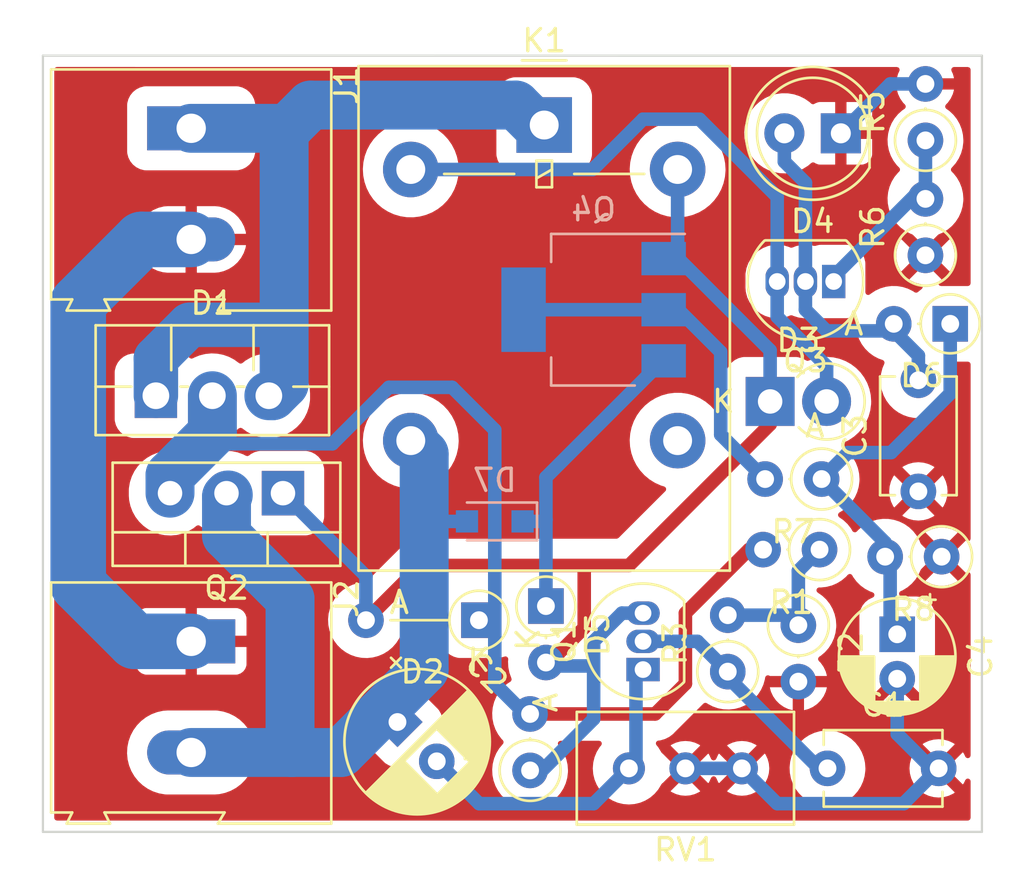
<source format=kicad_pcb>
(kicad_pcb (version 20211014) (generator pcbnew)
  (layers (0 "F.Cu" signal) (31 "B.Cu" signal) (34 "B.Paste" user) (35 "F.Paste" user) (36 "B.SilkS" user "B.Silkscreen") (37 "F.SilkS" user "F.Silkscreen") (38 "B.Mask" user) (39 "F.Mask" user) (44 "Edge.Cuts" user))
  (net 0 "")
  (net 1 "/RL_Output")
  (net 2 "Net-(C1-Pad1)")
  (net 3 "Net-(C2-Pad2)")
  (net 4 "Net-(C4-Pad1)")
  (net 5 "/RL_Input")
  (net 6 "Net-(C3-Pad2)")
  (net 7 "/RLCoilHigh")
  (net 8 "Net-(D5-Pad1)")
  (net 9 "/RLCoilLow")
  (net 10 "Net-(Q3-Pad1)")
  (net 11 "Net-(Q4-Pad2)")
  (net 12 "Net-(R1-Pad1)")
  (net 13 "/Gnd")
  (net 15 "/PolProtect")
  (footprint "Capacitor_THT:CP_Radial_D5.0mm_P2.00mm" (layer "F.Cu") (at 252.73 151.4475 -90)
    (fp_text reference "C4" (at 1 -3.75 90) (layer "F.SilkS"))
    (fp_text value "10uF 63V")
    (pad "1" thru_hole rect (at 0 0 270) (size 1.6 1.6) (drill 0.8) (layers *.Cu *.Mask) (net 4 "Net-(C4-Pad1)"))
    (pad "2" thru_hole circle (at 2 0 270) (size 1.6 1.6) (drill 0.8) (layers *.Cu *.Mask) (net 13 "/Gnd"))
  )
  (footprint "Diode_THT:D_DO-35_SOD27_P2.54mm_Vertical_AnodeUp" (layer "F.Cu") (at 236.932842 150.1775 -90)
    (fp_text reference "D5" (at 1.27 -2.326371 -90) (layer "F.SilkS"))
    (fp_text value "BZY88-C9V1")
    (fp_text user "A" (at 4.34 0 -90) (layer "F.SilkS"))
    (fp_text user "K" (at 1.5 0.8 90) (layer "F.SilkS"))
    (pad "1" thru_hole rect (at 0 0 270) (size 1.6 1.6) (drill 0.8) (layers *.Cu *.Mask) (net 8 "Net-(D5-Pad1)"))
    (pad "2" thru_hole oval (at 2.54 0 270) (size 1.6 1.6) (drill 0.8) (layers *.Cu *.Mask) (net 7 "/RLCoilHigh"))
  )
  (footprint "Package_TO_SOT_THT:TO-92_Inline" (layer "F.Cu") (at 249.8725 135.5725 180)
    (fp_text reference "Q3" (at 1.27 -3.56) (layer "F.SilkS"))
    (fp_text value "MPSA42")
    (pad "1" thru_hole rect (at 0 0 180) (size 1.05 1.5) (drill 0.75) (layers *.Cu *.Mask) (net 10 "Net-(Q3-Pad1)"))
    (pad "2" thru_hole oval (at 1.27 0 180) (size 1.05 1.5) (drill 0.75) (layers *.Cu *.Mask) (net 6 "Net-(C3-Pad2)"))
    (pad "3" thru_hole oval (at 2.54 0 180) (size 1.05 1.5) (drill 0.75) (layers *.Cu *.Mask) (net 9 "/RLCoilLow"))
  )
  (footprint "Resistor_THT:R_Axial_DIN0207_L6.3mm_D2.5mm_P2.54mm_Vertical" (layer "F.Cu") (at 254.7275 147.955 180)
    (fp_text reference "R8" (at 1.27 -2.37) (layer "F.SilkS"))
    (fp_text value "200k")
    (pad "1" thru_hole circle (at 0 0 180) (size 1.6 1.6) (drill 0.8) (layers *.Cu *.Mask) (net 13 "/Gnd"))
    (pad "2" thru_hole oval (at 2.54 0 180) (size 1.6 1.6) (drill 0.8) (layers *.Cu *.Mask) (net 4 "Net-(C4-Pad1)"))
  )
  (footprint "Potentiometer_THT:Potentiometer_Bourns_3296W_Vertical" (layer "F.Cu") (at 240.665 157.48 180)
    (fp_text reference "RV1" (at -2.54 -3.66) (layer "F.SilkS"))
    (fp_text value "10k")
    (pad "1" thru_hole circle (at 0 0 180) (size 1.44 1.44) (drill 0.8) (layers *.Cu *.Mask) (net 3 "Net-(C2-Pad2)"))
    (pad "2" thru_hole circle (at -2.54 0 180) (size 1.44 1.44) (drill 0.8) (layers *.Cu *.Mask) (net 13 "/Gnd"))
    (pad "3" thru_hole circle (at -5.08 0 180) (size 1.44 1.44) (drill 0.8) (layers *.Cu *.Mask) (net 13 "/Gnd"))
  )
  (footprint "Package_TO_SOT_THT:TO-220F-3_Vertical" (layer "F.Cu") (at 219.3925 140.7125)
    (fp_text reference "D1" (at 2.54 -4.1675) (layer "F.SilkS"))
    (fp_text value "STPS10SM80CFP")
    (pad "1" thru_hole rect (at 0 0) (size 1.905 2) (drill 1.2) (layers *.Cu *.Mask) (net 5 "/RL_Input"))
    (pad "2" thru_hole oval (at 2.54 0) (size 1.905 2) (drill 1.2) (layers *.Cu *.Mask) (net 15 "/PolProtect"))
    (pad "3" thru_hole oval (at 5.08 0) (size 1.905 2) (drill 1.2) (layers *.Cu *.Mask) (net 5 "/RL_Input"))
  )
  (footprint "Diode_THT:D_DO-35_SOD27_P5.08mm_Vertical_AnodeUp" (layer "F.Cu") (at 233.919657 150.8125 180)
    (fp_text reference "D2" (at 2.54 -2.326371 180) (layer "F.SilkS"))
    (fp_text value "BZY88-C9V1")
    (fp_text user "K" (at 0 -1.8) (layer "F.SilkS"))
    (fp_text user "A" (at 3.58 0.8 180) (layer "F.SilkS"))
    (pad "1" thru_hole rect (at 0 0 180) (size 1.6 1.6) (drill 0.8) (layers *.Cu *.Mask) (net 15 "/PolProtect"))
    (pad "2" thru_hole oval (at 5.08 0 180) (size 1.6 1.6) (drill 0.8) (layers *.Cu *.Mask) (net 7 "/RLCoilHigh"))
  )
  (footprint "Package_TO_SOT_THT:TO-92_Inline" (layer "F.Cu") (at 241.3 153.035 90)
    (fp_text reference "Q1" (at 1.27 -3.56 90) (layer "F.SilkS"))
    (fp_text value "MPSA42")
    (pad "1" thru_hole rect (at 0 0 90) (size 1.05 1.5) (drill 0.75) (layers *.Cu *.Mask) (net 3 "Net-(C2-Pad2)"))
    (pad "2" thru_hole oval (at 1.27 0 90) (size 1.05 1.5) (drill 0.75) (layers *.Cu *.Mask) (net 2 "Net-(C1-Pad1)"))
    (pad "3" thru_hole oval (at 2.54 0 90) (size 1.05 1.5) (drill 0.75) (layers *.Cu *.Mask) (net 7 "/RLCoilHigh"))
  )
  (footprint "Relay_THT:Relay_SPDT_Omron-G5LE-1" (layer "F.Cu") (at 236.855 128.5325)
    (fp_text reference "K1" (at 0 -3.8) (layer "F.SilkS"))
    (fp_text value "G5LE-1")
    (pad "1" thru_hole rect (at 0 0) (size 2.5 2.5) (drill 1.3) (layers *.Cu *.Mask) (net 5 "/RL_Input"))
    (pad "2" thru_hole oval (at -6 2) (size 2.5 2.5) (drill 1.3) (layers *.Cu *.Mask) (net 9 "/RLCoilLow"))
    (pad "3" thru_hole oval (at -6 14.2) (size 2.5 2.5) (drill 1.3) (layers *.Cu *.Mask) (net 1 "/RL_Output"))
    (pad "4" thru_hole oval (at 6 14.2) (size 2.5 2.5) (drill 1.3) (layers *.Cu *.Mask))
    (pad "5" thru_hole oval (at 6 2) (size 2.5 2.5) (drill 1.3) (layers *.Cu *.Mask) (net 7 "/RLCoilHigh"))
  )
  (footprint "Resistor_THT:R_Axial_DIN0207_L6.3mm_D2.5mm_P2.54mm_Vertical" (layer "F.Cu") (at 249.2375 147.6375 180)
    (fp_text reference "R1" (at 1.27 -2.37 180) (layer "F.SilkS"))
    (fp_text value "100k")
    (pad "1" thru_hole circle (at 0 0 180) (size 1.6 1.6) (drill 0.8) (layers *.Cu *.Mask) (net 12 "Net-(R1-Pad1)"))
    (pad "2" thru_hole oval (at 2.54 0 180) (size 1.6 1.6) (drill 0.8) (layers *.Cu *.Mask) (net 15 "/PolProtect"))
  )
  (footprint "Capacitor_THT:CP_Radial_D6.3mm_P2.50mm" (layer "F.Cu") (at 230.256117 155.394733 -45)
    (fp_text reference "C2" (at 1.25 -4.4 135) (layer "F.SilkS"))
    (fp_text value "10uF 100V")
    (pad "1" thru_hole rect (at 0 0 315) (size 1.6 1.6) (drill 0.8) (layers *.Cu *.Mask) (net 1 "/RL_Output"))
    (pad "2" thru_hole circle (at 2.5 0 315) (size 1.6 1.6) (drill 0.8) (layers *.Cu *.Mask) (net 3 "Net-(C2-Pad2)"))
  )
  (footprint "Resistor_THT:R_Axial_DIN0207_L6.3mm_D2.5mm_P2.54mm_Vertical" (layer "F.Cu") (at 245.11 153.1275 90)
    (fp_text reference "R3" (at 1.27 -2.37 90) (layer "F.SilkS"))
    (fp_text value "100k")
    (pad "1" thru_hole circle (at 0 0 90) (size 1.6 1.6) (drill 0.8) (layers *.Cu *.Mask) (net 2 "Net-(C1-Pad1)"))
    (pad "2" thru_hole oval (at 2.54 0 90) (size 1.6 1.6) (drill 0.8) (layers *.Cu *.Mask) (net 12 "Net-(R1-Pad1)"))
  )
  (footprint "TerminalBlock:TerminalBlock_Altech_AK300-2_P5.00mm" (layer "F.Cu") (at 220.98 151.765 -90)
    (fp_text reference "J2" (at -1.92 -6.99 90) (layer "F.SilkS"))
    (fp_text value "Screw_Terminal_01x02")
    (pad "1" thru_hole rect (at 0 0 270) (size 1.98 3.96) (drill 1.32) (layers *.Cu *.Mask) (net 13 "/Gnd"))
    (pad "2" thru_hole oval (at 5 0 270) (size 1.98 3.96) (drill 1.32) (layers *.Cu *.Mask) (net 1 "/RL_Output"))
  )
  (footprint "Diode_THT:D_DO-35_SOD27_P2.54mm_Vertical_AnodeUp" (layer "F.Cu") (at 255.114315 137.4775 180)
    (fp_text reference "D6" (at 1.27 -2.326371) (layer "F.SilkS"))
    (fp_text value "BZX79-C15")
    (fp_text user "A" (at 4.34 0) (layer "F.SilkS"))
    (pad "1" thru_hole rect (at 0 0 180) (size 1.6 1.6) (drill 0.8) (layers *.Cu *.Mask) (net 4 "Net-(C4-Pad1)"))
    (pad "2" thru_hole oval (at 2.54 0 180) (size 1.6 1.6) (drill 0.8) (layers *.Cu *.Mask) (net 6 "Net-(C3-Pad2)"))
  )
  (footprint "Capacitor_THT:C_Disc_D5.1mm_W3.2mm_P5.00mm" (layer "F.Cu") (at 249.595 157.48)
    (fp_text reference "C1" (at 2.5 -2.85) (layer "F.SilkS"))
    (fp_text value "220nF 50V")
    (pad "1" thru_hole circle (at 0 0) (size 1.6 1.6) (drill 0.8) (layers *.Cu *.Mask) (net 2 "Net-(C1-Pad1)"))
    (pad "2" thru_hole circle (at 5 0) (size 1.6 1.6) (drill 0.8) (layers *.Cu *.Mask) (net 13 "/Gnd"))
  )
  (footprint "TerminalBlock:TerminalBlock_Altech_AK300-2_P5.00mm" (layer "F.Cu") (at 220.98 128.68 -90)
    (fp_text reference "J1" (at -1.92 -6.99 90) (layer "F.SilkS"))
    (fp_text value "Screw_Terminal_01x02")
    (pad "1" thru_hole rect (at 0 0 270) (size 1.98 3.96) (drill 1.32) (layers *.Cu *.Mask) (net 5 "/RL_Input"))
    (pad "2" thru_hole oval (at 5 0 270) (size 1.98 3.96) (drill 1.32) (layers *.Cu *.Mask) (net 13 "/Gnd"))
  )
  (footprint "LED_THT:LED_D5.0mm" (layer "F.Cu") (at 250.195 128.905 180)
    (fp_text reference "D4" (at 1.27 -3.96) (layer "F.SilkS"))
    (fp_text value "Red LED")
    (pad "1" thru_hole rect (at 0 0 180) (size 1.8 1.8) (drill 0.9) (layers *.Cu *.Mask) (net 13 "/Gnd"))
    (pad "2" thru_hole circle (at 2.54 0 180) (size 1.8 1.8) (drill 0.9) (layers *.Cu *.Mask) (net 6 "Net-(C3-Pad2)"))
  )
  (footprint "Resistor_THT:R_Axial_DIN0207_L6.3mm_D2.5mm_P2.54mm_Vertical" (layer "F.Cu") (at 249.33 144.4625 180)
    (fp_text reference "R7" (at 1.27 -2.37) (layer "F.SilkS"))
    (fp_text value "100k")
    (pad "1" thru_hole circle (at 0 0 180) (size 1.6 1.6) (drill 0.8) (layers *.Cu *.Mask) (net 4 "Net-(C4-Pad1)"))
    (pad "2" thru_hole oval (at 2.54 0 180) (size 1.6 1.6) (drill 0.8) (layers *.Cu *.Mask) (net 11 "Net-(Q4-Pad2)"))
  )
  (footprint "Diode_THT:D_DO-41_SOD81_P2.54mm_Vertical_KathodeUp" (layer "F.Cu") (at 247.015 140.97)
    (fp_text reference "D3" (at 1.27 -2.750635) (layer "F.SilkS"))
    (fp_text value "1n4002")
    (fp_text user "K" (at -2.1 0) (layer "F.SilkS"))
    (fp_text user "A" (at 2.01 1.1) (layer "F.SilkS"))
    (pad "1" thru_hole rect (at 0 0) (size 2.2 2.2) (drill 1.1) (layers *.Cu *.Mask) (net 7 "/RLCoilHigh"))
    (pad "2" thru_hole oval (at 2.54 0) (size 2.2 2.2) (drill 1.1) (layers *.Cu *.Mask) (net 9 "/RLCoilLow"))
  )
  (footprint "Resistor_THT:R_Axial_DIN0207_L6.3mm_D2.5mm_P2.54mm_Vertical" (layer "F.Cu") (at 248.285 151.0375 -90)
    (fp_text reference "R2" (at 1.27 -2.37 90) (layer "F.SilkS"))
    (fp_text value "2k2")
    (pad "1" thru_hole circle (at 0 0 270) (size 1.6 1.6) (drill 0.8) (layers *.Cu *.Mask) (net 12 "Net-(R1-Pad1)"))
    (pad "2" thru_hole oval (at 2.54 0 270) (size 1.6 1.6) (drill 0.8) (layers *.Cu *.Mask) (net 13 "/Gnd"))
  )
  (footprint "Resistor_THT:R_Axial_DIN0207_L6.3mm_D2.5mm_P2.54mm_Vertical" (layer "F.Cu") (at 254 134.395 90)
    (fp_text reference "R6" (at 1.27 -2.37 90) (layer "F.SilkS"))
    (fp_text value "100R")
    (pad "1" thru_hole circle (at 0 0 90) (size 1.6 1.6) (drill 0.8) (layers *.Cu *.Mask) (net 13 "/Gnd"))
    (pad "2" thru_hole oval (at 2.54 0 90) (size 1.6 1.6) (drill 0.8) (layers *.Cu *.Mask) (net 10 "Net-(Q3-Pad1)"))
  )
  (footprint "Resistor_THT:R_Axial_DIN0207_L6.3mm_D2.5mm_P2.54mm_Vertical" (layer "F.Cu") (at 254 129.2225 90)
    (fp_text reference "R5" (at 1.27 -2.37 90) (layer "F.SilkS"))
    (fp_text value "1k5")
    (pad "1" thru_hole circle (at 0 0 90) (size 1.6 1.6) (drill 0.8) (layers *.Cu *.Mask) (net 10 "Net-(Q3-Pad1)"))
    (pad "2" thru_hole oval (at 2.54 0 90) (size 1.6 1.6) (drill 0.8) (layers *.Cu *.Mask) (net 13 "/Gnd"))
  )
  (footprint "Resistor_THT:R_Axial_DIN0207_L6.3mm_D2.5mm_P2.54mm_Vertical" (layer "F.Cu") (at 236.22 157.5725 90)
    (fp_text reference "R4" (at 1.27 -2.37 90) (layer "F.SilkS"))
    (fp_text value "100k")
    (pad "1" thru_hole circle (at 0 0 90) (size 1.6 1.6) (drill 0.8) (layers *.Cu *.Mask) (net 7 "/RLCoilHigh"))
    (pad "2" thru_hole oval (at 2.54 0 90) (size 1.6 1.6) (drill 0.8) (layers *.Cu *.Mask) (net 15 "/PolProtect"))
  )
  (footprint "Capacitor_THT:C_Disc_D5.1mm_W3.2mm_P5.00mm" (layer "F.Cu") (at 253.6825 145.0175 90)
    (fp_text reference "C3" (at 2.5 -2.85 90) (layer "F.SilkS"))
    (fp_text value "100nF 50V")
    (pad "1" thru_hole circle (at 0 0 90) (size 1.6 1.6) (drill 0.8) (layers *.Cu *.Mask) (net 13 "/Gnd"))
    (pad "2" thru_hole circle (at 5 0 90) (size 1.6 1.6) (drill 0.8) (layers *.Cu *.Mask) (net 6 "Net-(C3-Pad2)"))
  )
  (footprint "Package_TO_SOT_THT:TO-220-3_Vertical" (layer "F.Cu") (at 225.1075 145.0975 180)
    (fp_text reference "Q2" (at 2.54 -4.27) (layer "F.SilkS"))
    (fp_text value "IRF9540N")
    (pad "1" thru_hole rect (at 0 0 180) (size 1.905 2) (drill 1.1) (layers *.Cu *.Mask) (net 7 "/RLCoilHigh"))
    (pad "2" thru_hole oval (at 2.54 0 180) (size 1.905 2) (drill 1.1) (layers *.Cu *.Mask) (net 1 "/RL_Output"))
    (pad "3" thru_hole oval (at 5.08 0 180) (size 1.905 2) (drill 1.1) (layers *.Cu *.Mask) (net 15 "/PolProtect"))
  )
  (footprint "Package_TO_SOT_SMD:SOT-223" (layer "B.Cu") (at 239.0775 136.8425 180)
    (fp_text reference "Q4" (at 0 4.5) (layer "B.SilkS") (effects (justify mirror)))
    (fp_text value "Q_PMOS_GDSD")
    (pad "1" smd rect (at -3.15 2.3 180) (size 2 1.5) (layers "B.Cu" "B.Paste" "B.Mask") (net 7 "/RLCoilHigh"))
    (pad "2" smd rect (at -3.15 0 180) (size 2 1.5) (layers "B.Cu" "B.Paste" "B.Mask") (net 11 "Net-(Q4-Pad2)"))
    (pad "3" smd rect (at -3.15 -2.3 180) (size 2 1.5) (layers "B.Cu" "B.Paste" "B.Mask") (net 8 "Net-(D5-Pad1)"))
    (pad "4" smd rect (at 3.15 0 180) (size 2 3.8) (layers "B.Cu" "B.Paste" "B.Mask") (net 11 "Net-(Q4-Pad2)"))
  )
  (footprint "Diode_SMD:D_SOD-323_HandSoldering" (layer "B.Cu") (at 234.6325 146.3675 180)
    (fp_text reference "D7" (at 0 1.85) (layer "B.SilkS") (effects (justify mirror)))
    (fp_text value "BAS16H")
    (pad "1" smd rect (at -1.25 0 180) (size 1 1) (layers "B.Cu" "B.Paste" "B.Mask") (net 8 "Net-(D5-Pad1)"))
    (pad "2" smd rect (at 1.25 0 180) (size 1 1) (layers "B.Cu" "B.Paste" "B.Mask") (net 1 "/RL_Output"))
  )
  (gr_line (start 214.3125 125.41) (end 256.54 125.4125) (layer "Edge.Cuts") (width 0.1))
  (gr_line (start 256.54 125.4125) (end 256.54 160.3375) (layer "Edge.Cuts") (width 0.1))
  (gr_line (start 214.3125 160.3375) (end 214.3125 125.41) (layer "Edge.Cuts") (width 0.1))
  (gr_line locked (start 256.54 160.3375) (end 214.3125 160.3375) (layer "Edge.Cuts") (width 0.1))
  (segment (start 225.425 149.86) (end 225.425 156.685) (width 2.2) (layer "B.Cu") (net 1))
  (segment (start 222.648048 145.178048) (end 222.5675 145.258596) (width 2.2) (layer "B.Cu") (net 1))
  (segment (start 225.505 156.765) (end 227.7275 156.765) (width 2.2) (layer "B.Cu") (net 1))
  (segment (start 220.98 156.765) (end 225.505 156.765) (width 2.2) (layer "B.Cu") (net 1))
  (segment (start 227.7275 156.765) (end 231.4575 153.035) (width 2.2) (layer "B.Cu") (net 1))
  (segment (start 222.5675 147.0025) (end 225.425 149.86) (width 2.2) (layer "B.Cu") (net 1))
  (segment (start 231.4575 153.035) (end 231.4575 143.335) (width 2.2) (layer "B.Cu") (net 1))
  (segment (start 225.425 156.685) (end 225.505 156.765) (width 2.2) (layer "B.Cu") (net 1))
  (segment (start 222.5675 145.258596) (end 222.5675 147.0025) (width 2.2) (layer "B.Cu") (net 1))
  (segment (start 233.3625 146.3675) (end 231.275 146.3675) (width 0.6096) (layer "B.Cu") (net 1))
  (segment (start 231.4575 143.335) (end 230.855 142.7325) (width 2.2) (layer "B.Cu") (net 1))
  (segment (start 249.211554 157.48) (end 249.595 157.48) (width 0.6096) (layer "B.Cu") (net 2))
  (segment (start 243.7475 151.765) (end 241.3 151.765) (width 0.6096) (layer "B.Cu") (net 2))
  (segment (start 245.11 153.378446) (end 249.211554 157.48) (width 0.6096) (layer "B.Cu") (net 2))
  (segment (start 245.11 153.1275) (end 243.7475 151.765) (width 0.6096) (layer "B.Cu") (net 2))
  (segment (start 245.11 153.1275) (end 245.11 153.378446) (width 0.6096) (layer "B.Cu") (net 2))
  (segment (start 241.3 153.035) (end 240.9825 153.035) (width 0.6096) (layer "B.Cu") (net 3))
  (segment (start 240.9825 153.035) (end 240.9825 157.1625) (width 0.6096) (layer "B.Cu") (net 3))
  (segment (start 240.9825 157.1625) (end 240.665 157.48) (width 0.6096) (layer "B.Cu") (net 3))
  (segment (start 232.023884 157.1625) (end 233.928884 159.0675) (width 0.6096) (layer "B.Cu") (net 3))
  (segment (start 239.0775 159.0675) (end 240.665 157.48) (width 0.6096) (layer "B.Cu") (net 3))
  (segment (start 233.928884 159.0675) (end 239.0775 159.0675) (width 0.6096) (layer "B.Cu") (net 3))
  (segment (start 255.114315 140.611682) (end 255.114315 137.795) (width 0.6096) (layer "B.Cu") (net 4))
  (segment (start 250.521811 143.270689) (end 252.455308 143.270689) (width 0.6096) (layer "B.Cu") (net 4))
  (segment (start 252.4125 147.955) (end 252.4125 151.025689) (width 0.6096) (layer "B.Cu") (net 4))
  (segment (start 252.455308 143.270689) (end 255.114315 140.611682) (width 0.6096) (layer "B.Cu") (net 4))
  (segment (start 249.33 144.4625) (end 250.521811 143.270689) (width 0.6096) (layer "B.Cu") (net 4))
  (segment (start 252.4125 151.025689) (end 252.73 151.343189) (width 0.6096) (layer "B.Cu") (net 4))
  (segment (start 252.1875 148.2725) (end 252.1875 147.32) (width 0.6096) (layer "B.Cu") (net 4))
  (segment (start 252.1875 147.955) (end 252.4125 147.955) (width 0.6096) (layer "B.Cu") (net 4))
  (segment (start 252.1875 147.32) (end 249.33 144.4625) (width 0.6096) (layer "B.Cu") (net 4))
  (segment (start 219.3925 139.035) (end 219.3925 140.7125) (width 2) (layer "B.Cu") (net 5))
  (segment (start 225.16 128.825) (end 225.16 140.1855) (width 2.2) (layer "B.Cu") (net 5))
  (segment (start 225.015 128.68) (end 225.16 128.825) (width 2.2) (layer "B.Cu") (net 5))
  (segment (start 220.98 128.68) (end 225.015 128.68) (width 2.2) (layer "B.Cu") (net 5))
  (segment (start 224.4725 140.7125) (end 224.633 140.7125) (width 2.2) (layer "B.Cu") (net 5))
  (segment (start 219.71 138.7175) (end 220.905 137.5225) (width 2) (layer "B.Cu") (net 5))
  (segment (start 235.585 127.635) (end 226.35 127.635) (width 2.2) (layer "B.Cu") (net 5))
  (segment (start 226.35 127.635) (end 225.16 128.825) (width 2.2) (layer "B.Cu") (net 5))
  (segment (start 219.71 138.7175) (end 219.3925 139.035) (width 2) (layer "B.Cu") (net 5))
  (segment (start 220.905 137.5225) (end 225.1525 137.5225) (width 2) (layer "B.Cu") (net 5))
  (segment (start 236.855 128.5325) (end 236.4825 128.5325) (width 2.2) (layer "B.Cu") (net 5))
  (segment (start 224.633 140.7125) (end 225.16 140.1855) (width 2.2) (layer "B.Cu") (net 5))
  (segment (start 236.4825 128.5325) (end 235.585 127.635) (width 2.2) (layer "B.Cu") (net 5))
  (segment (start 248.6025 136.8425) (end 249.555 137.795) (width 0.6096) (layer "B.Cu") (net 6))
  (segment (start 247.655 128.905) (end 247.655 130.18) (width 0.6096) (layer "B.Cu") (net 6))
  (segment (start 252.574315 137.795) (end 253.6825 138.903185) (width 0.6096) (layer "B.Cu") (net 6))
  (segment (start 247.655 130.18) (end 248.6025 131.1275) (width 0.6096) (layer "B.Cu") (net 6))
  (segment (start 248.6025 135.5725) (end 248.6025 136.8425) (width 0.6096) (layer "B.Cu") (net 6))
  (segment (start 253.6825 138.903185) (end 253.6825 140.0175) (width 0.6096) (layer "B.Cu") (net 6))
  (segment (start 249.555 137.795) (end 252.574315 137.795) (width 0.6096) (layer "B.Cu") (net 6))
  (segment (start 248.6025 131.1275) (end 248.6025 135.5725) (width 0.6096) (layer "B.Cu") (net 6))
  (segment (start 247.015 142.000342) (end 247.015 140.97) (width 0.6096) (layer "F.Cu") (net 7))
  (segment (start 238.654653 148.406811) (end 238.654653 151.151375) (width 0.6096) (layer "F.Cu") (net 7))
  (segment (start 231.301815 148.350342) (end 240.665 148.350342) (width 0.6096) (layer "F.Cu") (net 7))
  (segment (start 228.839657 150.8125) (end 231.301815 148.350342) (width 0.6096) (layer "F.Cu") (net 7))
  (segment (start 240.665 148.350342) (end 247.015 142.000342) (width 0.6096) (layer "F.Cu") (net 7))
  (segment (start 238.654653 151.151375) (end 236.932842 152.873186) (width 0.6096) (layer "F.Cu") (net 7))
  (segment (start 236.5375 157.7975) (end 236.22 157.7975) (width 0.6096) (layer "B.Cu") (net 7))
  (segment (start 247.015 138.671378) (end 242.886122 134.5425) (width 0.6096) (layer "B.Cu") (net 7))
  (segment (start 225.1075 145.0975) (end 228.839657 148.829657) (width 0.6096) (layer "B.Cu") (net 7))
  (segment (start 239.0775 151.765) (end 239.0775 155.2575) (width 0.6096) (layer "B.Cu") (net 7))
  (segment (start 240.3475 150.495) (end 239.0775 151.765) (width 0.6096) (layer "B.Cu") (net 7))
  (segment (start 239.0775 155.2575) (end 236.5375 157.7975) (width 0.6096) (layer "B.Cu") (net 7))
  (segment (start 242.855 130.5325) (end 242.855 133.915) (width 0.6096) (layer "B.Cu") (net 7))
  (segment (start 242.855 133.915) (end 242.2275 134.5425) (width 0.6096) (layer "B.Cu") (net 7))
  (segment (start 242.886122 134.5425) (end 242.2275 134.5425) (width 0.6096) (layer "B.Cu") (net 7))
  (segment (start 236.932842 152.873186) (end 238.921814 152.873186) (width 0.6096) (layer "B.Cu") (net 7))
  (segment (start 247.015 140.97) (end 247.015 138.671378) (width 0.6096) (layer "B.Cu") (net 7))
  (segment (start 228.839657 148.829657) (end 228.839657 150.8125) (width 0.6096) (layer "B.Cu") (net 7))
  (segment (start 241.3 150.495) (end 240.3475 150.495) (width 0.6096) (layer "B.Cu") (net 7))
  (segment (start 242.2275 139.1425) (end 242.175 139.1425) (width 0.6096) (layer "B.Cu") (net 8))
  (segment (start 236.932842 144.384658) (end 236.932842 146.289658) (width 0.6096) (layer "B.Cu") (net 8))
  (segment (start 236.855 146.3675) (end 236.932842 146.289658) (width 0.6096) (layer "B.Cu") (net 8))
  (segment (start 235.8625 146.3675) (end 236.855 146.3675) (width 0.6096) (layer "B.Cu") (net 8))
  (segment (start 242.175 139.1425) (end 236.932842 144.384658) (width 0.6096) (layer "B.Cu") (net 8))
  (segment (start 236.932842 150.333186) (end 236.932842 146.289658) (width 0.6096) (layer "B.Cu") (net 8))
  (segment (start 247.3325 135.5725) (end 247.3325 137.16) (width 0.6096) (layer "B.Cu") (net 9))
  (segment (start 247.3325 135.5725) (end 247.3325 131.7625) (width 0.6096) (layer "B.Cu") (net 9))
  (segment (start 241.3 128.27) (end 239.0375 130.5325) (width 0.6096) (layer "B.Cu") (net 9))
  (segment (start 249.555 140.97) (end 249.555 139.3825) (width 0.6096) (layer "B.Cu") (net 9))
  (segment (start 249.555 139.3825) (end 247.3325 137.16) (width 0.6096) (layer "B.Cu") (net 9))
  (segment (start 247.3325 131.7625) (end 243.84 128.27) (width 0.6096) (layer "B.Cu") (net 9))
  (segment (start 243.84 128.27) (end 241.3 128.27) (width 0.6096) (layer "B.Cu") (net 9))
  (segment (start 239.0375 130.5325) (end 230.855 130.5325) (width 0.6096) (layer "B.Cu") (net 9))
  (segment (start 249.8725 135.5725) (end 249.8725 135.3475) (width 0.6096) (layer "B.Cu") (net 10))
  (segment (start 254 131.22) (end 254 129.2225) (width 0.6096) (layer "B.Cu") (net 10))
  (segment (start 249.8725 135.3475) (end 254 131.22) (width 0.6096) (layer "B.Cu") (net 10))
  (segment (start 244.7925 142.465) (end 244.7925 138.748878) (width 0.6096) (layer "B.Cu") (net 11))
  (segment (start 242.886122 136.8425) (end 242.2275 136.8425) (width 0.6096) (layer "B.Cu") (net 11))
  (segment (start 235.9275 136.8425) (end 242.2275 136.8425) (width 0.6096) (layer "B.Cu") (net 11))
  (segment (start 244.7925 138.748878) (end 242.886122 136.8425) (width 0.6096) (layer "B.Cu") (net 11))
  (segment (start 246.79 144.4625) (end 244.7925 142.465) (width 0.6096) (layer "B.Cu") (net 11))
  (segment (start 248.1925 150.5875) (end 245.11 150.5875) (width 0.6096) (layer "B.Cu") (net 12))
  (segment (start 249.2375 147.6375) (end 248.285 148.59) (width 0.6096) (layer "B.Cu") (net 12))
  (segment (start 248.285 148.59) (end 248.285 151.0375) (width 0.6096) (layer "B.Cu") (net 12))
  (segment (start 215.9 136.525) (end 218.745 133.68) (width 2.5) (layer "B.Cu") (net 13))
  (segment (start 252.4175 126.6825) (end 250.195 128.905) (width 0.6096) (layer "B.Cu") (net 13))
  (segment (start 215.9 149.225) (end 215.9 136.525) (width 2.5) (layer "B.Cu") (net 13))
  (segment (start 220.98 151.765) (end 218.44 151.765) (width 2.5) (layer "B.Cu") (net 13))
  (segment (start 254 126.6825) (end 252.4175 126.6825) (width 0.6096) (layer "B.Cu") (net 13))
  (segment (start 252.73 153.866699) (end 252.73 155.9325) (width 0.6096) (layer "B.Cu") (net 13))
  (segment (start 253.0275 159.0675) (end 247.3525 159.0675) (width 0.6096) (layer "B.Cu") (net 13))
  (segment (start 253.0275 159.0475) (end 254.595 157.48) (width 0.6096) (layer "B.Cu") (net 13))
  (segment (start 218.745 133.68) (end 220.98 133.68) (width 2.5) (layer "B.Cu") (net 13))
  (segment (start 243.205 157.48) (end 245.745 157.48) (width 0.6096) (layer "B.Cu") (net 13))
  (segment (start 252.73 155.9325) (end 254.2775 157.48) (width 0.6096) (layer "B.Cu") (net 13))
  (segment (start 253.0275 159.0675) (end 253.0275 159.0475) (width 0.6096) (layer "B.Cu") (net 13))
  (segment (start 247.3325 159.0675) (end 245.745 157.48) (width 0.6096) (layer "B.Cu") (net 13))
  (segment (start 254.2775 157.48) (end 254.595 157.48) (width 0.6096) (layer "B.Cu") (net 13))
  (segment (start 218.44 151.765) (end 215.9 149.225) (width 2.5) (layer "B.Cu") (net 13))
  (segment (start 241.8425 155.0325) (end 236.22 155.0325) (width 0.6096) (layer "F.Cu") (net 15))
  (segment (start 243.205 153.67) (end 241.8425 155.0325) (width 0.6096) (layer "F.Cu") (net 15))
  (segment (start 246.0625 147.6375) (end 243.205 150.495) (width 0.6096) (layer "F.Cu") (net 15))
  (segment (start 246.6975 147.6375) (end 246.0625 147.6375) (width 0.6096) (layer "F.Cu") (net 15))
  (segment (start 243.205 150.495) (end 243.205 153.67) (width 0.6096) (layer "F.Cu") (net 15))
  (segment (start 222.420474 142.875) (end 227.33 142.875) (width 0.6096) (layer "B.Cu") (net 15))
  (segment (start 234.6325 153.67) (end 235.995 155.0325) (width 0.6096) (layer "B.Cu") (net 15))
  (segment (start 232.713622 140.335) (end 234.6325 142.253878) (width 0.6096) (layer "B.Cu") (net 15))
  (segment (start 220.0275 145.0975) (end 220.0275 144.292026) (width 2.2) (layer "B.Cu") (net 15))
  (segment (start 221.9325 142.387026) (end 221.9325 140.7125) (width 2.2) (layer "B.Cu") (net 15))
  (segment (start 234.6325 142.253878) (end 234.6325 153.67) (width 0.6096) (layer "B.Cu") (net 15))
  (segment (start 229.87 140.335) (end 232.713622 140.335) (width 0.6096) (layer "B.Cu") (net 15))
  (segment (start 220.0275 144.292026) (end 221.9325 142.387026) (width 2.2) (layer "B.Cu") (net 15))
  (segment (start 227.33 142.875) (end 229.87 140.335) (width 0.6096) (layer "B.Cu") (net 15))
  (segment (start 235.995 155.0325) (end 236.22 155.0325) (width 0.6096) (layer "B.Cu") (net 15))
  (zone (net 13) (net_name "/Gnd") (layer "F.Cu") (connect_pads (clearance 0.508)) (min_thickness 0.254) (fill yes (thermal_gap 0.508) (thermal_bridge_width 0.508))
    (polygon (pts (xy 256.54 160.3375) (xy 214.3125 160.3375) (xy 214.3125 125.4125) (xy 256.54 125.4125)))
  )
)
</source>
